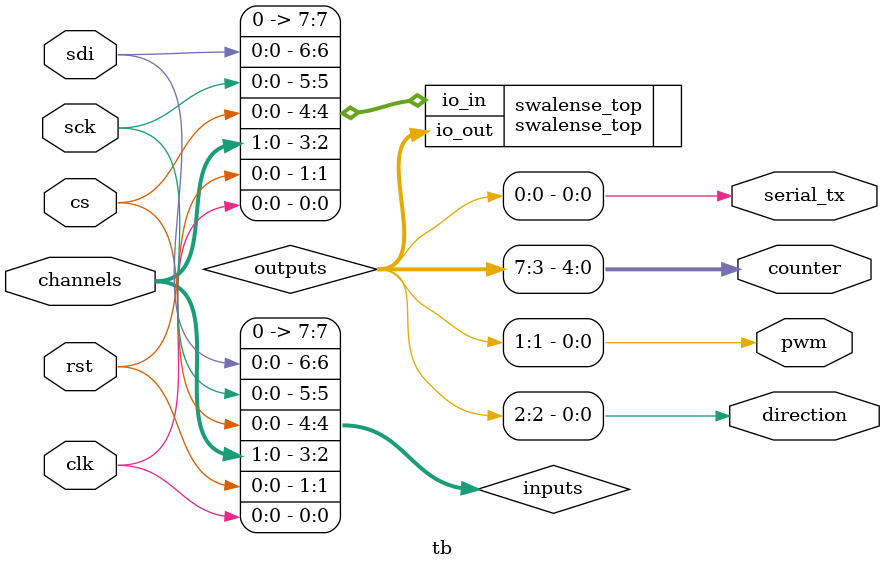
<source format=v>
`default_nettype none
`timescale 1ns/1ps

module tb (
        input clk,
        input rst,
        input [1:0] channels,
        input cs,
        input sck,
        input sdi,
        output [4:0] counter,
        output serial_tx,
        output direction,
        output pwm
    );

    initial begin
        $dumpfile ("tb.vcd");
        $dumpvars (0, tb);
        #1;
    end

    wire [7:0] inputs = {1'b0, sdi, sck, cs, channels[1:0], rst, clk};

    wire [7:0] outputs;
    assign {counter[4:0], direction, pwm, serial_tx} = outputs[7:0];

    swalense_top swalense_top (
        .io_in (inputs),
        .io_out (outputs)
    );

endmodule

</source>
